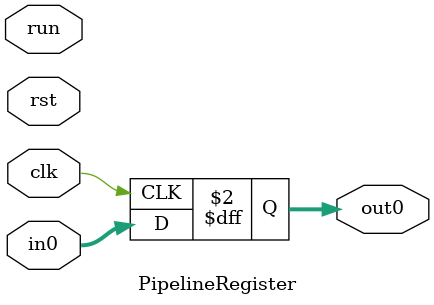
<source format=v>
`timescale 1ns / 1ps
`include "global_defines.vh"
`include "xversat.vh"

module PipelineRegister #(
         parameter DATA_W = 32
      )
      (
         input run,

         input [DATA_W-1:0] in0,

         (* versat_latency = 1 *) output reg [DATA_W-1:0] out0,
      
         input clk,
         input rst
      ); 

always @(posedge clk)
begin
   out0 <= in0;
end

endmodule

</source>
